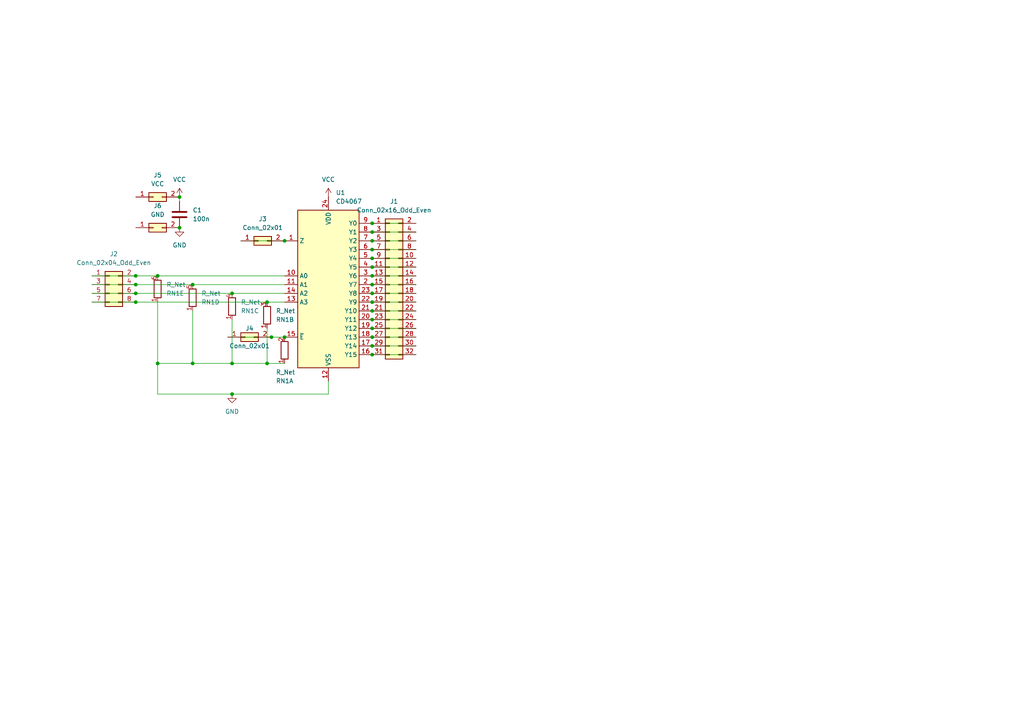
<source format=kicad_sch>
(kicad_sch (version 20250114) (generator "eeschema") (generator_version "9.0")
  (paper "A4")
  (lib_symbols
    (symbol "Analog_Switch:HEF4067BT"
      (property "Reference" "U" (at -8.89 22.86 0))
      (property "Value" "HEF4067BT" (at 1.27 22.86 0))
      (symbol "HEF4067BT_0_1"
        (rectangle (start -8.89 21.59) (end 8.89 -24.13) (stroke (width 0.254)) (fill (type background)))
      )
      (symbol "HEF4067BT_1_1"
        (pin passive line (at -12.7 12.7 0) (length 3.81) (name "Z") (number "1"))
        (pin input line (at -12.7 2.54 0) (length 3.81) (name "A0") (number "10"))
        (pin input line (at -12.7 0 0) (length 3.81) (name "A1") (number "11"))
        (pin input line (at -12.7 -2.54 0) (length 3.81) (name "A2") (number "14"))
        (pin input line (at -12.7 -5.08 0) (length 3.81) (name "A3") (number "13"))
        (pin input line (at -12.7 -15.24 0) (length 3.81) (name "~{E}") (number "15"))
        (pin power_in line (at 0 25.4 270) (length 3.81) (name "VDD") (number "24"))
        (pin power_in line (at 0 -27.94 90) (length 3.81) (name "VSS") (number "12"))
        (pin passive line (at 12.7 17.78 180) (length 3.81) (name "Y0") (number "9"))
        (pin passive line (at 12.7 15.24 180) (length 3.81) (name "Y1") (number "8"))
        (pin passive line (at 12.7 12.7 180) (length 3.81) (name "Y2") (number "7"))
        (pin passive line (at 12.7 10.16 180) (length 3.81) (name "Y3") (number "6"))
        (pin passive line (at 12.7 7.62 180) (length 3.81) (name "Y4") (number "5"))
        (pin passive line (at 12.7 5.08 180) (length 3.81) (name "Y5") (number "4"))
        (pin passive line (at 12.7 2.54 180) (length 3.81) (name "Y6") (number "3"))
        (pin passive line (at 12.7 0 180) (length 3.81) (name "Y7") (number "2"))
        (pin passive line (at 12.7 -2.54 180) (length 3.81) (name "Y8") (number "23"))
        (pin passive line (at 12.7 -5.08 180) (length 3.81) (name "Y9") (number "22"))
        (pin passive line (at 12.7 -7.62 180) (length 3.81) (name "Y10") (number "21"))
        (pin passive line (at 12.7 -10.16 180) (length 3.81) (name "Y11") (number "20"))
        (pin passive line (at 12.7 -12.7 180) (length 3.81) (name "Y12") (number "19"))
        (pin passive line (at 12.7 -15.24 180) (length 3.81) (name "Y13") (number "18"))
        (pin passive line (at 12.7 -17.78 180) (length 3.81) (name "Y14") (number "17"))
        (pin passive line (at 12.7 -20.32 180) (length 3.81) (name "Y15") (number "16"))
      )
    )
    (symbol "Connector_Generic:Conn_02x01" (pin_names (offset 1.016) (hide yes))
      (property "Reference" "J" (at 1.27 2.54 0))
      (property "Value" "Conn_02x01" (at 1.27 -2.54 0))
      (symbol "Conn_02x01_1_1"
        (rectangle (start -1.27 1.27) (end 3.81 -1.27) (stroke (width 0.254)) (fill (type background)))
        (rectangle (start -1.27 0.127) (end 0 -0.127) (stroke (width 0.1524)))
        (rectangle (start 3.81 0.127) (end 2.54 -0.127) (stroke (width 0.1524)))
        (pin passive line (at -5.08 0 0) (length 3.81) (name "Pin_1") (number "1"))
        (pin passive line (at 7.62 0 180) (length 3.81) (name "Pin_2") (number "2"))
      )
    )
    (symbol "Connector_Generic:Conn_02x04_Odd_Even" (pin_names (offset 1.016) (hide yes))
      (property "Reference" "J" (at 1.27 5.08 0))
      (property "Value" "Conn_02x04_Odd_Even" (at 1.27 -7.62 0))
      (symbol "Conn_02x04_Odd_Even_1_1"
        (rectangle (start -1.27 3.81) (end 3.81 -6.35) (stroke (width 0.254)) (fill (type background)))
        (rectangle (start -1.27 2.667) (end 0 2.413) (stroke (width 0.1524)))
        (rectangle (start -1.27 0.127) (end 0 -0.127) (stroke (width 0.1524)))
        (rectangle (start -1.27 -2.413) (end 0 -2.667) (stroke (width 0.1524)))
        (rectangle (start -1.27 -4.953) (end 0 -5.207) (stroke (width 0.1524)))
        (rectangle (start 3.81 2.667) (end 2.54 2.413) (stroke (width 0.1524)))
        (rectangle (start 3.81 0.127) (end 2.54 -0.127) (stroke (width 0.1524)))
        (rectangle (start 3.81 -2.413) (end 2.54 -2.667) (stroke (width 0.1524)))
        (rectangle (start 3.81 -4.953) (end 2.54 -5.207) (stroke (width 0.1524)))
        (pin passive line (at -5.08 2.54 0) (length 3.81) (name "Pin_1") (number "1"))
        (pin passive line (at -5.08 0 0) (length 3.81) (name "Pin_3") (number "3"))
        (pin passive line (at -5.08 -2.54 0) (length 3.81) (name "Pin_5") (number "5"))
        (pin passive line (at -5.08 -5.08 0) (length 3.81) (name "Pin_7") (number "7"))
        (pin passive line (at 7.62 2.54 180) (length 3.81) (name "Pin_2") (number "2"))
        (pin passive line (at 7.62 0 180) (length 3.81) (name "Pin_4") (number "4"))
        (pin passive line (at 7.62 -2.54 180) (length 3.81) (name "Pin_6") (number "6"))
        (pin passive line (at 7.62 -5.08 180) (length 3.81) (name "Pin_8") (number "8"))
      )
    )
    (symbol "Connector_Generic:Conn_02x16_Odd_Even" (pin_names (offset 1.016) (hide yes))
      (property "Reference" "J" (at 1.27 20.32 0))
      (property "Value" "Conn_02x16_Odd_Even" (at 1.27 -22.86 0))
      (symbol "Conn_02x16_Odd_Even_1_1"
        (rectangle (start -1.27 19.05) (end 3.81 -21.59) (stroke (width 0.254)) (fill (type background)))
        (rectangle (start -1.27 17.907) (end 0 17.653) (stroke (width 0.1524)))
        (rectangle (start -1.27 15.367) (end 0 15.113) (stroke (width 0.1524)))
        (rectangle (start -1.27 12.827) (end 0 12.573) (stroke (width 0.1524)))
        (rectangle (start -1.27 10.287) (end 0 10.033) (stroke (width 0.1524)))
        (rectangle (start -1.27 7.747) (end 0 7.493) (stroke (width 0.1524)))
        (rectangle (start -1.27 5.207) (end 0 4.953) (stroke (width 0.1524)))
        (rectangle (start -1.27 2.667) (end 0 2.413) (stroke (width 0.1524)))
        (rectangle (start -1.27 0.127) (end 0 -0.127) (stroke (width 0.1524)))
        (rectangle (start -1.27 -2.413) (end 0 -2.667) (stroke (width 0.1524)))
        (rectangle (start -1.27 -4.953) (end 0 -5.207) (stroke (width 0.1524)))
        (rectangle (start -1.27 -7.493) (end 0 -7.747) (stroke (width 0.1524)))
        (rectangle (start -1.27 -10.033) (end 0 -10.287) (stroke (width 0.1524)))
        (rectangle (start -1.27 -12.573) (end 0 -12.827) (stroke (width 0.1524)))
        (rectangle (start -1.27 -15.113) (end 0 -15.367) (stroke (width 0.1524)))
        (rectangle (start -1.27 -17.653) (end 0 -17.907) (stroke (width 0.1524)))
        (rectangle (start -1.27 -20.193) (end 0 -20.447) (stroke (width 0.1524)))
        (rectangle (start 3.81 17.907) (end 2.54 17.653) (stroke (width 0.1524)))
        (rectangle (start 3.81 15.367) (end 2.54 15.113) (stroke (width 0.1524)))
        (rectangle (start 3.81 12.827) (end 2.54 12.573) (stroke (width 0.1524)))
        (rectangle (start 3.81 10.287) (end 2.54 10.033) (stroke (width 0.1524)))
        (rectangle (start 3.81 7.747) (end 2.54 7.493) (stroke (width 0.1524)))
        (rectangle (start 3.81 5.207) (end 2.54 4.953) (stroke (width 0.1524)))
        (rectangle (start 3.81 2.667) (end 2.54 2.413) (stroke (width 0.1524)))
        (rectangle (start 3.81 0.127) (end 2.54 -0.127) (stroke (width 0.1524)))
        (rectangle (start 3.81 -2.413) (end 2.54 -2.667) (stroke (width 0.1524)))
        (rectangle (start 3.81 -4.953) (end 2.54 -5.207) (stroke (width 0.1524)))
        (rectangle (start 3.81 -7.493) (end 2.54 -7.747) (stroke (width 0.1524)))
        (rectangle (start 3.81 -10.033) (end 2.54 -10.287) (stroke (width 0.1524)))
        (rectangle (start 3.81 -12.573) (end 2.54 -12.827) (stroke (width 0.1524)))
        (rectangle (start 3.81 -15.113) (end 2.54 -15.367) (stroke (width 0.1524)))
        (rectangle (start 3.81 -17.653) (end 2.54 -17.907) (stroke (width 0.1524)))
        (rectangle (start 3.81 -20.193) (end 2.54 -20.447) (stroke (width 0.1524)))
        (pin passive line (at -5.08 17.78 0) (length 3.81) (name "Pin_1") (number "1"))
        (pin passive line (at -5.08 15.24 0) (length 3.81) (name "Pin_3") (number "3"))
        (pin passive line (at -5.08 12.7 0) (length 3.81) (name "Pin_5") (number "5"))
        (pin passive line (at -5.08 10.16 0) (length 3.81) (name "Pin_7") (number "7"))
        (pin passive line (at -5.08 7.62 0) (length 3.81) (name "Pin_9") (number "9"))
        (pin passive line (at -5.08 5.08 0) (length 3.81) (name "Pin_11") (number "11"))
        (pin passive line (at -5.08 2.54 0) (length 3.81) (name "Pin_13") (number "13"))
        (pin passive line (at -5.08 0 0) (length 3.81) (name "Pin_15") (number "15"))
        (pin passive line (at -5.08 -2.54 0) (length 3.81) (name "Pin_17") (number "17"))
        (pin passive line (at -5.08 -5.08 0) (length 3.81) (name "Pin_19") (number "19"))
        (pin passive line (at -5.08 -7.62 0) (length 3.81) (name "Pin_21") (number "21"))
        (pin passive line (at -5.08 -10.16 0) (length 3.81) (name "Pin_23") (number "23"))
        (pin passive line (at -5.08 -12.7 0) (length 3.81) (name "Pin_25") (number "25"))
        (pin passive line (at -5.08 -15.24 0) (length 3.81) (name "Pin_27") (number "27"))
        (pin passive line (at -5.08 -17.78 0) (length 3.81) (name "Pin_29") (number "29"))
        (pin passive line (at -5.08 -20.32 0) (length 3.81) (name "Pin_31") (number "31"))
        (pin passive line (at 7.62 17.78 180) (length 3.81) (name "Pin_2") (number "2"))
        (pin passive line (at 7.62 15.24 180) (length 3.81) (name "Pin_4") (number "4"))
        (pin passive line (at 7.62 12.7 180) (length 3.81) (name "Pin_6") (number "6"))
        (pin passive line (at 7.62 10.16 180) (length 3.81) (name "Pin_8") (number "8"))
        (pin passive line (at 7.62 7.62 180) (length 3.81) (name "Pin_10") (number "10"))
        (pin passive line (at 7.62 5.08 180) (length 3.81) (name "Pin_12") (number "12"))
        (pin passive line (at 7.62 2.54 180) (length 3.81) (name "Pin_14") (number "14"))
        (pin passive line (at 7.62 0 180) (length 3.81) (name "Pin_16") (number "16"))
        (pin passive line (at 7.62 -2.54 180) (length 3.81) (name "Pin_18") (number "18"))
        (pin passive line (at 7.62 -5.08 180) (length 3.81) (name "Pin_20") (number "20"))
        (pin passive line (at 7.62 -7.62 180) (length 3.81) (name "Pin_22") (number "22"))
        (pin passive line (at 7.62 -10.16 180) (length 3.81) (name "Pin_24") (number "24"))
        (pin passive line (at 7.62 -12.7 180) (length 3.81) (name "Pin_26") (number "26"))
        (pin passive line (at 7.62 -15.24 180) (length 3.81) (name "Pin_28") (number "28"))
        (pin passive line (at 7.62 -17.78 180) (length 3.81) (name "Pin_30") (number "30"))
        (pin passive line (at 7.62 -20.32 180) (length 3.81) (name "Pin_32") (number "32"))
      )
    )
    (symbol "Device:C" (pin_numbers (hide yes)) (pin_names (offset 0.254))
      (property "Reference" "C" (at 0.635 2.54 0))
      (property "Value" "C" (at 0.635 -2.54 0))
      (symbol "C_0_1"
        (polyline (pts (xy -2.032 0.762) (xy 2.032 0.762)) (stroke (width 0.508)))
        (polyline (pts (xy -2.032 -0.762) (xy 2.032 -0.762)) (stroke (width 0.508)))
      )
      (symbol "C_1_1"
        (pin passive line (at 0 3.81 270) (length 2.794) (name "~") (number "1"))
        (pin passive line (at 0 -3.81 90) (length 2.794) (name "~") (number "2"))
      )
    )
    (symbol "Device:R_Network05_Split" (pin_names (offset 0) (hide yes))
      (property "Reference" "RN" (at 2.032 0 90))
      (property "Value" "R_Network05_Split" (at 0 0 90))
      (symbol "R_Network05_Split_0_1"
        (rectangle (start 1.016 2.54) (end -1.016 -2.54) (stroke (width 0.254)))
        (pin passive line (at 0 3.81 270) (length 1.27) (name "R1") (number "1"))
      )
      (symbol "R_Network05_Split_1_1"
        (pin passive line (at 0 -3.81 90) (length 1.27) (name "R1.2") (number "2"))
      )
      (symbol "R_Network05_Split_2_1"
        (pin passive line (at 0 -3.81 90) (length 1.27) (name "R2.2") (number "3"))
      )
      (symbol "R_Network05_Split_3_1"
        (pin passive line (at 0 -3.81 90) (length 1.27) (name "R3.2") (number "4"))
      )
      (symbol "R_Network05_Split_4_1"
        (pin passive line (at 0 -3.81 90) (length 1.27) (name "R4.2") (number "5"))
      )
      (symbol "R_Network05_Split_5_1"
        (pin passive line (at 0 -3.81 90) (length 1.27) (name "R5.2") (number "6"))
      )
    )
    (symbol "power:GND" (power) (pin_numbers (hide yes)) (pin_names (offset 0) (hide yes))
      (property "Value" "GND" (at 0 -3.81 0))
      (symbol "GND_0_1"
        (polyline (pts (xy 0 0) (xy 0 -1.27) (xy 1.27 -1.27) (xy 0 -2.54) (xy -1.27 -1.27) (xy 0 -1.27)))
      )
      (symbol "GND_1_1"
        (pin power_in line (at 0 0 270) (length 0) (name "~") (number "1"))
      )
    )
    (symbol "power:VCC" (power) (pin_numbers (hide yes)) (pin_names (offset 0) (hide yes))
      (property "Value" "VCC" (at 0 3.556 0))
      (symbol "VCC_0_1"
        (polyline (pts (xy -0.762 1.27) (xy 0 2.54)))
        (polyline (pts (xy 0 2.54) (xy 0.762 1.27)))
        (polyline (pts (xy 0 0) (xy 0 2.54)))
      )
      (symbol "VCC_1_1"
        (pin power_in line (at 0 0 90) (length 0) (name "~") (number "1"))
      )
    )
  )
  (junction (at 55.88 105.41))
  (junction (at 82.55 69.85))
  (junction (at 67.31 105.41))
  (junction (at 39.37 82.55))
  (junction (at 107.95 95.25))
  (junction (at 107.95 80.01))
  (junction (at 107.95 87.63))
  (junction (at 107.95 90.17))
  (junction (at 107.95 74.93))
  (junction (at 107.95 97.79))
  (junction (at 77.47 87.63))
  (junction (at 45.72 105.41))
  (junction (at 107.95 85.09))
  (junction (at 52.07 66.04))
  (junction (at 107.95 67.31))
  (junction (at 67.31 114.3))
  (junction (at 107.95 82.55))
  (junction (at 107.95 64.77))
  (junction (at 107.95 69.85))
  (junction (at 107.95 102.87))
  (junction (at 67.31 85.09))
  (junction (at 39.37 80.01))
  (junction (at 107.95 77.47))
  (junction (at 78.74 97.79))
  (junction (at 45.72 80.01))
  (junction (at 39.37 85.09))
  (junction (at 107.95 100.33))
  (junction (at 107.95 92.71))
  (junction (at 52.07 57.15))
  (junction (at 39.37 87.63))
  (junction (at 77.47 105.41))
  (junction (at 107.95 72.39))
  (junction (at 82.55 97.79))
  (junction (at 55.88 82.55))
  (wire (pts (xy 107.95 100.33) (xy 120.65 100.33)))
  (wire (pts (xy 67.31 105.41) (xy 77.47 105.41)))
  (wire (pts (xy 107.95 72.39) (xy 120.65 72.39)))
  (wire (pts (xy 67.31 85.09) (xy 82.55 85.09)))
  (wire (pts (xy 77.47 95.25) (xy 77.47 105.41)))
  (wire (pts (xy 45.72 114.3) (xy 45.72 105.41)))
  (wire (pts (xy 107.95 90.17) (xy 120.65 90.17)))
  (wire (pts (xy 107.95 80.01) (xy 120.65 80.01)))
  (wire (pts (xy 39.37 87.63) (xy 77.47 87.63)))
  (wire (pts (xy 107.95 77.47) (xy 120.65 77.47)))
  (wire (pts (xy 67.31 92.71) (xy 67.31 105.41)))
  (wire (pts (xy 39.37 85.09) (xy 67.31 85.09)))
  (wire (pts (xy 95.25 110.49) (xy 95.25 114.3)))
  (wire (pts (xy 39.37 82.55) (xy 55.88 82.55)))
  (wire (pts (xy 107.95 97.79) (xy 120.65 97.79)))
  (wire (pts (xy 107.95 92.71) (xy 120.65 92.71)))
  (wire (pts (xy 26.67 85.09) (xy 39.37 85.09)))
  (wire (pts (xy 107.95 64.77) (xy 120.65 64.77)))
  (wire (pts (xy 67.31 114.3) (xy 45.72 114.3)))
  (wire (pts (xy 107.95 82.55) (xy 120.65 82.55)))
  (wire (pts (xy 39.37 80.01) (xy 45.72 80.01)))
  (wire (pts (xy 107.95 69.85) (xy 120.65 69.85)))
  (wire (pts (xy 78.74 97.79) (xy 82.55 97.79)))
  (wire (pts (xy 45.72 80.01) (xy 82.55 80.01)))
  (wire (pts (xy 107.95 74.93) (xy 120.65 74.93)))
  (wire (pts (xy 107.95 87.63) (xy 120.65 87.63)))
  (wire (pts (xy 107.95 67.31) (xy 120.65 67.31)))
  (wire (pts (xy 77.47 87.63) (xy 82.55 87.63)))
  (wire (pts (xy 26.67 87.63) (xy 39.37 87.63)))
  (wire (pts (xy 55.88 90.17) (xy 55.88 105.41)))
  (wire (pts (xy 69.85 69.85) (xy 82.55 69.85)))
  (wire (pts (xy 26.67 82.55) (xy 39.37 82.55)))
  (wire (pts (xy 55.88 82.55) (xy 82.55 82.55)))
  (wire (pts (xy 107.95 102.87) (xy 120.65 102.87)))
  (wire (pts (xy 95.25 114.3) (xy 67.31 114.3)))
  (wire (pts (xy 55.88 105.41) (xy 67.31 105.41)))
  (wire (pts (xy 52.07 57.15) (xy 52.07 58.42)))
  (wire (pts (xy 77.47 105.41) (xy 82.55 105.41)))
  (wire (pts (xy 107.95 95.25) (xy 120.65 95.25)))
  (wire (pts (xy 45.72 87.63) (xy 45.72 105.41)))
  (wire (pts (xy 107.95 85.09) (xy 120.65 85.09)))
  (wire (pts (xy 26.67 80.01) (xy 39.37 80.01)))
  (wire (pts (xy 45.72 105.41) (xy 55.88 105.41)))
  (wire (pts (xy 66.04 97.79) (xy 78.74 97.79)))
  (symbol (lib_id "Connector_Generic:Conn_02x01") (at 74.93 69.85 0) (unit 1)
    (property "Reference" "J3" (at 76.2 63.5 0))
    (property "Value" "Conn_02x01" (at 76.2 66.04 0))
    (property "Footprint" "Connector_PinHeader_2.54mm:PinHeader_2x01_P2.54mm_Vertical" (effects (hide yes)))
    (property "Description" "Generic connector, double row, 02x01, this symbol is compatible with counter-clockwise, top-bottom and odd-even numbering schemes., script generated (kicad-library-utils/schlib/autogen/connector/)" (effects (hide yes)))
  )
  (symbol (lib_id "Connector_Generic:Conn_02x04_Odd_Even") (at 31.75 82.55 0) (unit 1)
    (property "Reference" "J2" (at 33.02 73.66 0))
    (property "Value" "Conn_02x04_Odd_Even" (at 33.02 76.2 0))
    (property "Footprint" "Connector_PinHeader_2.54mm:PinHeader_2x04_P2.54mm_Vertical" (effects (hide yes)))
    (property "Description" "Generic connector, double row, 02x04, odd/even pin numbering scheme (row 1 odd numbers, row 2 even numbers), script generated (kicad-library-utils/schlib/autogen/connector/)" (effects (hide yes)))
  )
  (symbol (lib_id "Analog_Switch:HEF4067BT") (at 95.25 82.55 0) (unit 1)
    (property "Reference" "U1" (at 97.3933 55.88 0) (effects (justify left)))
    (property "Value" "CD4067" (at 97.3933 58.42 0) (effects (justify left)))
    (property "Footprint" "Package_DIP:DIP-24_18.0mmx34.29mm_W15.24mm" (effects (hide yes)))
  )
  (symbol (lib_id "power:VCC") (at 95.25 57.15 0) (unit 1)
    (property "Reference" "#PWR02" (effects (hide yes)))
    (property "Value" "VCC" (at 95.25 52.07 0))
    (property "Description" "Power symbol creates a global label with name \"VCC\"" (effects (hide yes)))
  )
  (symbol (lib_id "Device:R_Network05_Split") (at 67.31 88.9 0) (mirror x) (unit 3)
    (property "Reference" "RN1" (at 69.85 90.1701 0) (effects (justify left)))
    (property "Value" "R_Net" (at 69.85 87.6301 0) (effects (justify left)))
    (property "Footprint" "Resistor_THT:R_Array_SIP6" (effects (hide yes)))
    (property "Datasheet" "http://www.vishay.com/docs/31509/csc.pdf" (effects (hide yes)))
    (property "Description" "5 resistor network, star topology, bussed resistors, split" (effects (hide yes)))
  )
  (symbol (lib_id "Connector_Generic:Conn_02x16_Odd_Even") (at 113.03 82.55 0) (unit 1)
    (property "Reference" "J1" (at 114.3 58.42 0))
    (property "Value" "Conn_02x16_Odd_Even" (at 114.3 60.96 0))
    (property "Footprint" "Connector_PinHeader_2.54mm:PinHeader_2x16_P2.54mm_Vertical" (effects (hide yes)))
    (property "Description" "Generic connector, double row, 02x16, odd/even pin numbering scheme (row 1 odd numbers, row 2 even numbers), script generated (kicad-library-utils/schlib/autogen/connector/)" (effects (hide yes)))
  )
  (symbol (lib_id "Device:R_Network05_Split") (at 45.72 83.82 0) (mirror x) (unit 5)
    (property "Reference" "RN1" (at 48.26 85.0901 0) (effects (justify left)))
    (property "Value" "R_Net" (at 48.26 82.5501 0) (effects (justify left)))
    (property "Footprint" "Resistor_THT:R_Array_SIP6" (effects (hide yes)))
    (property "Datasheet" "http://www.vishay.com/docs/31509/csc.pdf" (effects (hide yes)))
    (property "Description" "5 resistor network, star topology, bussed resistors, split" (effects (hide yes)))
  )
  (symbol (lib_id "Device:R_Network05_Split") (at 82.55 101.6 0) (mirror x) (unit 1)
    (property "Reference" "RN1" (at 80.01 110.49 0) (effects (justify left)))
    (property "Value" "R_Net" (at 80.01 107.95 0) (effects (justify left)))
    (property "Footprint" "Resistor_THT:R_Array_SIP6" (effects (hide yes)))
    (property "Datasheet" "http://www.vishay.com/docs/31509/csc.pdf" (effects (hide yes)))
    (property "Description" "5 resistor network, star topology, bussed resistors, split" (effects (hide yes)))
  )
  (symbol (lib_id "power:GND") (at 52.07 66.04 0) (unit 1)
    (property "Reference" "#PWR04" (effects (hide yes)))
    (property "Value" "GND" (at 52.07 71.12 0))
    (property "Description" "Power symbol creates a global label with name \"GND\" , ground" (effects (hide yes)))
  )
  (symbol (lib_id "power:VCC") (at 52.07 57.15 0) (unit 1)
    (property "Reference" "#PWR03" (effects (hide yes)))
    (property "Value" "VCC" (at 52.07 52.07 0))
    (property "Description" "Power symbol creates a global label with name \"VCC\"" (effects (hide yes)))
  )
  (symbol (lib_id "power:GND") (at 67.31 114.3 0) (unit 1)
    (property "Reference" "#PWR01" (effects (hide yes)))
    (property "Value" "GND" (at 67.31 119.38 0))
    (property "Description" "Power symbol creates a global label with name \"GND\" , ground" (effects (hide yes)))
  )
  (symbol (lib_id "Device:R_Network05_Split") (at 77.47 91.44 0) (mirror x) (unit 2)
    (property "Reference" "RN1" (at 80.01 92.7101 0) (effects (justify left)))
    (property "Value" "R_Net" (at 80.01 90.1701 0) (effects (justify left)))
    (property "Footprint" "Resistor_THT:R_Array_SIP6" (effects (hide yes)))
    (property "Datasheet" "http://www.vishay.com/docs/31509/csc.pdf" (effects (hide yes)))
    (property "Description" "5 resistor network, star topology, bussed resistors, split" (effects (hide yes)))
  )
  (symbol (lib_id "Connector_Generic:Conn_02x01") (at 71.12 97.79 0) (unit 1)
    (property "Reference" "J4" (at 72.39 95.25 0))
    (property "Value" "Conn_02x01" (at 72.39 100.33 0))
    (property "Footprint" "Connector_PinHeader_2.54mm:PinHeader_2x01_P2.54mm_Vertical" (effects (hide yes)))
    (property "Description" "Generic connector, double row, 02x01, this symbol is compatible with counter-clockwise, top-bottom and odd-even numbering schemes., script generated (kicad-library-utils/schlib/autogen/connector/)" (effects (hide yes)))
  )
  (symbol (lib_id "Device:R_Network05_Split") (at 55.88 86.36 0) (mirror x) (unit 4)
    (property "Reference" "RN1" (at 58.42 87.6301 0) (effects (justify left)))
    (property "Value" "R_Net" (at 58.42 85.0901 0) (effects (justify left)))
    (property "Footprint" "Resistor_THT:R_Array_SIP6" (effects (hide yes)))
    (property "Datasheet" "http://www.vishay.com/docs/31509/csc.pdf" (effects (hide yes)))
    (property "Description" "5 resistor network, star topology, bussed resistors, split" (effects (hide yes)))
  )
  (symbol (lib_id "Device:C") (at 52.07 62.23 0) (unit 1)
    (property "Reference" "C1" (at 55.88 60.9599 0) (effects (justify left)))
    (property "Value" "100n" (at 55.88 63.4999 0) (effects (justify left)))
    (property "Footprint" "Capacitor_THT:C_Disc_D5.0mm_W2.5mm_P2.50mm" (effects (hide yes)))
    (property "Description" "Unpolarized capacitor" (effects (hide yes)))
  )
  (symbol (lib_id "Connector_Generic:Conn_02x01") (at 44.45 57.15 0) (unit 1)
    (property "Reference" "J5" (at 45.72 50.8 0))
    (property "Value" "VCC" (at 45.72 53.34 0))
    (property "Footprint" "Connector_PinHeader_2.54mm:PinHeader_2x01_P2.54mm_Vertical" (effects (hide yes)))
    (property "Description" "Generic connector, double row, 02x01, this symbol is compatible with counter-clockwise, top-bottom and odd-even numbering schemes., script generated (kicad-library-utils/schlib/autogen/connector/)" (effects (hide yes)))
  )
  (symbol (lib_id "Connector_Generic:Conn_02x01") (at 44.45 66.04 0) (unit 1)
    (property "Reference" "J6" (at 45.72 59.69 0))
    (property "Value" "GND" (at 45.72 62.23 0))
    (property "Footprint" "Connector_PinHeader_2.54mm:PinHeader_2x01_P2.54mm_Vertical" (effects (hide yes)))
    (property "Description" "Generic connector, double row, 02x01, this symbol is compatible with counter-clockwise, top-bottom and odd-even numbering schemes., script generated (kicad-library-utils/schlib/autogen/connector/)" (effects (hide yes)))
  )
)
</source>
